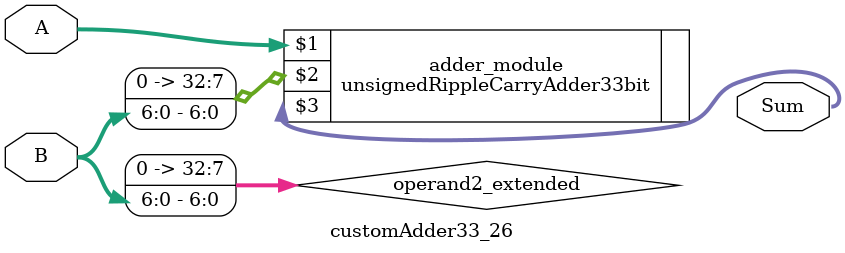
<source format=v>
module customAdder33_26(
                        input [32 : 0] A,
                        input [6 : 0] B,
                        
                        output [33 : 0] Sum
                );

        wire [32 : 0] operand2_extended;
        
        assign operand2_extended =  {26'b0, B};
        
        unsignedRippleCarryAdder33bit adder_module(
            A,
            operand2_extended,
            Sum
        );
        
        endmodule
        
</source>
